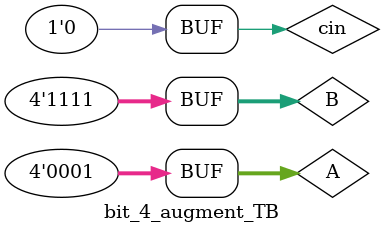
<source format=v>
`timescale 1ns / 1ps


module bit_4_augment_TB;
    // Inputs
    reg[3:0] A;
    reg[3:0] B;
    reg cin;

    // Outputs
    wire[3:0] sum;
    wire p;
    wire g;


    bit_4_augment A1(.A(A), .B(B), .cin(cin), 
                .S(sum), .p(p), .g(g));
    
    initial 
        begin
            $monitor ("A = %d, B = %d, cin = %b, sum = %d, p = %d, g = %d\n", A, B, cin, sum, p, g);

            // Test cases
            // 4-bit unsigned numbers can vary from [0, 15]
            
            A = 4'd5; B = 4'd6; cin = 1'd0;     
            #100;
            A = 4'd3; B = 4'd2; cin = 1'd1;    
            #100;
            A = 4'd5; B = 8'd2; cin = 1'd0;      
            #100;
            A = 4'd0; B = 4'd14; cin = 1'd1;        
            #100;
            A = 4'd1; B = 4'd15; cin = 1'd0;      
        end

endmodule
</source>
